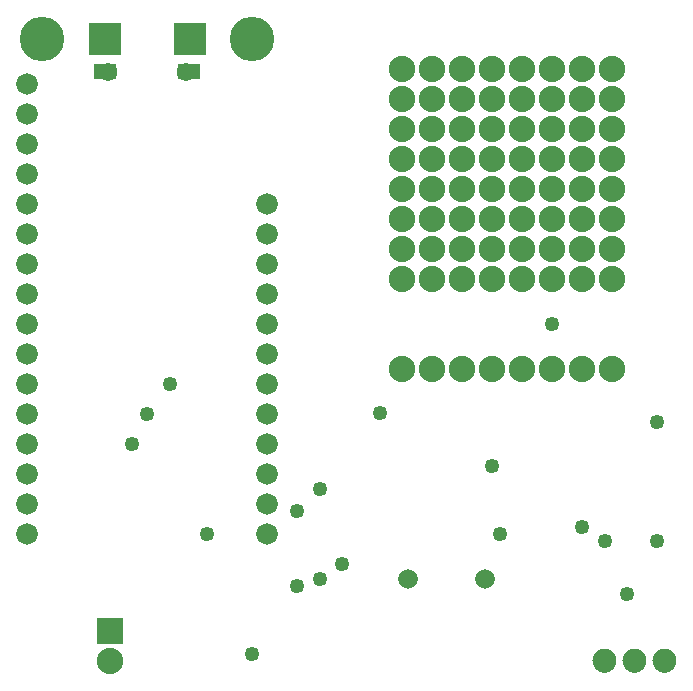
<source format=gts>
G04 MADE WITH FRITZING*
G04 WWW.FRITZING.ORG*
G04 DOUBLE SIDED*
G04 HOLES PLATED*
G04 CONTOUR ON CENTER OF CONTOUR VECTOR*
%ASAXBY*%
%FSLAX23Y23*%
%MOIN*%
%OFA0B0*%
%SFA1.0B1.0*%
%ADD10C,0.049370*%
%ADD11C,0.148425*%
%ADD12C,0.105000*%
%ADD13C,0.061496*%
%ADD14C,0.072000*%
%ADD15C,0.065433*%
%ADD16C,0.088000*%
%ADD17R,0.105000X0.105000*%
%ADD18R,0.088000X0.088000*%
%ADD19R,0.001000X0.001000*%
%LNMASK1*%
G90*
G70*
G54D10*
X1925Y1286D03*
X2101Y562D03*
G54D11*
X227Y2235D03*
G54D12*
X719Y2235D03*
G54D13*
X707Y2125D03*
G54D14*
X177Y585D03*
X177Y685D03*
X177Y785D03*
X177Y885D03*
X177Y985D03*
X177Y1085D03*
X177Y1185D03*
X177Y1285D03*
X177Y1385D03*
G54D11*
X927Y2235D03*
G54D14*
X177Y1485D03*
X177Y1585D03*
X177Y1685D03*
X177Y1785D03*
X177Y1885D03*
X177Y1985D03*
X177Y2085D03*
X977Y1685D03*
X977Y1585D03*
X977Y1485D03*
X977Y1385D03*
X977Y1285D03*
X977Y1185D03*
X977Y1085D03*
X977Y985D03*
X977Y885D03*
X977Y785D03*
X977Y685D03*
X977Y585D03*
G54D13*
X447Y2125D03*
G54D12*
X435Y2235D03*
G54D15*
X1446Y435D03*
X1702Y435D03*
X1446Y435D03*
X1702Y435D03*
G54D16*
X452Y260D03*
X452Y160D03*
X2027Y2135D03*
X2027Y2035D03*
X2027Y1935D03*
X2027Y1835D03*
X2027Y1735D03*
X2027Y1635D03*
X2027Y1535D03*
X2027Y1435D03*
X2027Y2135D03*
X2027Y2035D03*
X2027Y1935D03*
X2027Y1835D03*
X2027Y1735D03*
X2027Y1635D03*
X2027Y1535D03*
X2027Y1435D03*
X2127Y1435D03*
X2127Y1535D03*
X2127Y1635D03*
X2127Y1735D03*
X2127Y1835D03*
X2127Y1935D03*
X2127Y2035D03*
X2127Y2135D03*
X1827Y2135D03*
X1827Y2035D03*
X1827Y1935D03*
X1827Y1835D03*
X1827Y1735D03*
X1827Y1635D03*
X1827Y1535D03*
X1827Y1435D03*
X1827Y2135D03*
X1827Y2035D03*
X1827Y1935D03*
X1827Y1835D03*
X1827Y1735D03*
X1827Y1635D03*
X1827Y1535D03*
X1827Y1435D03*
X1927Y1435D03*
X1927Y1535D03*
X1927Y1635D03*
X1927Y1735D03*
X1927Y1835D03*
X1927Y1935D03*
X1927Y2035D03*
X1927Y2135D03*
X1627Y2135D03*
X1627Y2035D03*
X1627Y1935D03*
X1627Y1835D03*
X1627Y1735D03*
X1627Y1635D03*
X1627Y1535D03*
X1627Y1435D03*
X1627Y2135D03*
X1627Y2035D03*
X1627Y1935D03*
X1627Y1835D03*
X1627Y1735D03*
X1627Y1635D03*
X1627Y1535D03*
X1627Y1435D03*
X1727Y1435D03*
X1727Y1535D03*
X1727Y1635D03*
X1727Y1735D03*
X1727Y1835D03*
X1727Y1935D03*
X1727Y2035D03*
X1727Y2135D03*
X1427Y2135D03*
X1427Y2035D03*
X1427Y1935D03*
X1427Y1835D03*
X1427Y1735D03*
X1427Y1635D03*
X1427Y1535D03*
X1427Y1435D03*
X1427Y2135D03*
X1427Y2035D03*
X1427Y1935D03*
X1427Y1835D03*
X1427Y1735D03*
X1427Y1635D03*
X1427Y1535D03*
X1427Y1435D03*
X1527Y1435D03*
X1527Y1535D03*
X1527Y1635D03*
X1527Y1735D03*
X1527Y1835D03*
X1527Y1935D03*
X1527Y2035D03*
X1527Y2135D03*
G54D10*
X1753Y585D03*
X2027Y609D03*
X527Y886D03*
X1077Y410D03*
X1077Y660D03*
X577Y985D03*
X1152Y435D03*
X1152Y735D03*
G54D16*
X1427Y1135D03*
X1527Y1135D03*
X1627Y1135D03*
X1727Y1135D03*
X1827Y1135D03*
X1927Y1135D03*
X2027Y1135D03*
X2127Y1135D03*
G54D10*
X652Y1085D03*
X1227Y485D03*
X1727Y810D03*
X776Y585D03*
X925Y186D03*
X2177Y385D03*
X1352Y987D03*
X2277Y959D03*
X2277Y561D03*
G54D17*
X719Y2235D03*
X435Y2235D03*
G54D18*
X452Y260D03*
G54D19*
X400Y2151D02*
X472Y2151D01*
X681Y2151D02*
X752Y2151D01*
X400Y2150D02*
X472Y2150D01*
X681Y2150D02*
X752Y2150D01*
X400Y2149D02*
X472Y2149D01*
X681Y2149D02*
X752Y2149D01*
X400Y2148D02*
X472Y2148D01*
X681Y2148D02*
X752Y2148D01*
X400Y2147D02*
X472Y2147D01*
X681Y2147D02*
X752Y2147D01*
X400Y2146D02*
X472Y2146D01*
X681Y2146D02*
X752Y2146D01*
X400Y2145D02*
X472Y2145D01*
X681Y2145D02*
X752Y2145D01*
X400Y2144D02*
X472Y2144D01*
X681Y2144D02*
X752Y2144D01*
X400Y2143D02*
X472Y2143D01*
X681Y2143D02*
X752Y2143D01*
X400Y2142D02*
X472Y2142D01*
X681Y2142D02*
X752Y2142D01*
X400Y2141D02*
X441Y2141D01*
X452Y2141D02*
X472Y2141D01*
X681Y2141D02*
X701Y2141D01*
X711Y2141D02*
X752Y2141D01*
X400Y2140D02*
X439Y2140D01*
X454Y2140D02*
X472Y2140D01*
X681Y2140D02*
X699Y2140D01*
X714Y2140D02*
X752Y2140D01*
X400Y2139D02*
X437Y2139D01*
X456Y2139D02*
X472Y2139D01*
X681Y2139D02*
X697Y2139D01*
X716Y2139D02*
X752Y2139D01*
X400Y2138D02*
X436Y2138D01*
X457Y2138D02*
X472Y2138D01*
X681Y2138D02*
X696Y2138D01*
X717Y2138D02*
X752Y2138D01*
X400Y2137D02*
X435Y2137D01*
X458Y2137D02*
X472Y2137D01*
X681Y2137D02*
X695Y2137D01*
X718Y2137D02*
X752Y2137D01*
X400Y2136D02*
X434Y2136D01*
X459Y2136D02*
X472Y2136D01*
X681Y2136D02*
X694Y2136D01*
X719Y2136D02*
X752Y2136D01*
X400Y2135D02*
X433Y2135D01*
X460Y2135D02*
X472Y2135D01*
X681Y2135D02*
X693Y2135D01*
X720Y2135D02*
X752Y2135D01*
X400Y2134D02*
X432Y2134D01*
X460Y2134D02*
X472Y2134D01*
X681Y2134D02*
X692Y2134D01*
X720Y2134D02*
X752Y2134D01*
X400Y2133D02*
X432Y2133D01*
X461Y2133D02*
X472Y2133D01*
X681Y2133D02*
X692Y2133D01*
X721Y2133D02*
X752Y2133D01*
X400Y2132D02*
X431Y2132D01*
X462Y2132D02*
X472Y2132D01*
X681Y2132D02*
X691Y2132D01*
X721Y2132D02*
X752Y2132D01*
X400Y2131D02*
X431Y2131D01*
X462Y2131D02*
X472Y2131D01*
X681Y2131D02*
X691Y2131D01*
X722Y2131D02*
X752Y2131D01*
X400Y2130D02*
X431Y2130D01*
X462Y2130D02*
X472Y2130D01*
X681Y2130D02*
X690Y2130D01*
X722Y2130D02*
X752Y2130D01*
X400Y2129D02*
X430Y2129D01*
X462Y2129D02*
X472Y2129D01*
X681Y2129D02*
X690Y2129D01*
X722Y2129D02*
X752Y2129D01*
X400Y2128D02*
X430Y2128D01*
X462Y2128D02*
X472Y2128D01*
X681Y2128D02*
X690Y2128D01*
X722Y2128D02*
X752Y2128D01*
X400Y2127D02*
X430Y2127D01*
X462Y2127D02*
X472Y2127D01*
X681Y2127D02*
X690Y2127D01*
X722Y2127D02*
X752Y2127D01*
X400Y2126D02*
X430Y2126D01*
X462Y2126D02*
X472Y2126D01*
X681Y2126D02*
X690Y2126D01*
X722Y2126D02*
X752Y2126D01*
X400Y2125D02*
X430Y2125D01*
X462Y2125D02*
X472Y2125D01*
X681Y2125D02*
X690Y2125D01*
X722Y2125D02*
X752Y2125D01*
X400Y2124D02*
X430Y2124D01*
X462Y2124D02*
X472Y2124D01*
X681Y2124D02*
X690Y2124D01*
X722Y2124D02*
X752Y2124D01*
X400Y2123D02*
X430Y2123D01*
X462Y2123D02*
X472Y2123D01*
X681Y2123D02*
X690Y2123D01*
X722Y2123D02*
X752Y2123D01*
X400Y2122D02*
X431Y2122D01*
X462Y2122D02*
X472Y2122D01*
X681Y2122D02*
X690Y2122D01*
X722Y2122D02*
X752Y2122D01*
X400Y2121D02*
X431Y2121D01*
X462Y2121D02*
X472Y2121D01*
X681Y2121D02*
X691Y2121D01*
X722Y2121D02*
X752Y2121D01*
X400Y2120D02*
X431Y2120D01*
X462Y2120D02*
X472Y2120D01*
X681Y2120D02*
X691Y2120D01*
X721Y2120D02*
X752Y2120D01*
X400Y2119D02*
X432Y2119D01*
X461Y2119D02*
X472Y2119D01*
X681Y2119D02*
X692Y2119D01*
X721Y2119D02*
X752Y2119D01*
X400Y2118D02*
X432Y2118D01*
X461Y2118D02*
X472Y2118D01*
X681Y2118D02*
X692Y2118D01*
X720Y2118D02*
X752Y2118D01*
X400Y2117D02*
X433Y2117D01*
X460Y2117D02*
X472Y2117D01*
X681Y2117D02*
X693Y2117D01*
X720Y2117D02*
X752Y2117D01*
X400Y2116D02*
X434Y2116D01*
X459Y2116D02*
X472Y2116D01*
X681Y2116D02*
X694Y2116D01*
X719Y2116D02*
X752Y2116D01*
X400Y2115D02*
X435Y2115D01*
X458Y2115D02*
X472Y2115D01*
X681Y2115D02*
X694Y2115D01*
X718Y2115D02*
X752Y2115D01*
X400Y2114D02*
X436Y2114D01*
X457Y2114D02*
X472Y2114D01*
X681Y2114D02*
X696Y2114D01*
X717Y2114D02*
X752Y2114D01*
X400Y2113D02*
X437Y2113D01*
X456Y2113D02*
X472Y2113D01*
X681Y2113D02*
X697Y2113D01*
X716Y2113D02*
X752Y2113D01*
X400Y2112D02*
X439Y2112D01*
X454Y2112D02*
X472Y2112D01*
X681Y2112D02*
X698Y2112D01*
X714Y2112D02*
X752Y2112D01*
X400Y2111D02*
X441Y2111D01*
X452Y2111D02*
X472Y2111D01*
X681Y2111D02*
X701Y2111D01*
X712Y2111D02*
X752Y2111D01*
X400Y2110D02*
X472Y2110D01*
X681Y2110D02*
X752Y2110D01*
X400Y2109D02*
X472Y2109D01*
X681Y2109D02*
X752Y2109D01*
X400Y2108D02*
X472Y2108D01*
X681Y2108D02*
X752Y2108D01*
X400Y2107D02*
X472Y2107D01*
X681Y2107D02*
X752Y2107D01*
X400Y2106D02*
X472Y2106D01*
X681Y2106D02*
X752Y2106D01*
X400Y2105D02*
X472Y2105D01*
X681Y2105D02*
X752Y2105D01*
X400Y2104D02*
X472Y2104D01*
X681Y2104D02*
X752Y2104D01*
X400Y2103D02*
X472Y2103D01*
X681Y2103D02*
X752Y2103D01*
X400Y2102D02*
X472Y2102D01*
X681Y2102D02*
X752Y2102D01*
X400Y2101D02*
X472Y2101D01*
X681Y2101D02*
X752Y2101D01*
X445Y2100D02*
X448Y2100D01*
X705Y2100D02*
X707Y2100D01*
X2093Y201D02*
X2108Y201D01*
X2193Y201D02*
X2208Y201D01*
X2293Y201D02*
X2308Y201D01*
X2089Y200D02*
X2112Y200D01*
X2189Y200D02*
X2212Y200D01*
X2289Y200D02*
X2312Y200D01*
X2087Y199D02*
X2115Y199D01*
X2187Y199D02*
X2215Y199D01*
X2287Y199D02*
X2315Y199D01*
X2084Y198D02*
X2117Y198D01*
X2184Y198D02*
X2217Y198D01*
X2284Y198D02*
X2317Y198D01*
X2082Y197D02*
X2119Y197D01*
X2182Y197D02*
X2219Y197D01*
X2282Y197D02*
X2319Y197D01*
X2081Y196D02*
X2121Y196D01*
X2181Y196D02*
X2221Y196D01*
X2281Y196D02*
X2321Y196D01*
X2079Y195D02*
X2123Y195D01*
X2179Y195D02*
X2223Y195D01*
X2279Y195D02*
X2323Y195D01*
X2078Y194D02*
X2124Y194D01*
X2178Y194D02*
X2224Y194D01*
X2278Y194D02*
X2324Y194D01*
X2076Y193D02*
X2125Y193D01*
X2176Y193D02*
X2225Y193D01*
X2276Y193D02*
X2325Y193D01*
X2075Y192D02*
X2127Y192D01*
X2175Y192D02*
X2227Y192D01*
X2275Y192D02*
X2327Y192D01*
X2074Y191D02*
X2128Y191D01*
X2174Y191D02*
X2228Y191D01*
X2274Y191D02*
X2328Y191D01*
X2073Y190D02*
X2129Y190D01*
X2173Y190D02*
X2229Y190D01*
X2273Y190D02*
X2329Y190D01*
X2072Y189D02*
X2130Y189D01*
X2172Y189D02*
X2230Y189D01*
X2272Y189D02*
X2330Y189D01*
X2071Y188D02*
X2131Y188D01*
X2171Y188D02*
X2231Y188D01*
X2271Y188D02*
X2331Y188D01*
X2070Y187D02*
X2131Y187D01*
X2170Y187D02*
X2231Y187D01*
X2270Y187D02*
X2331Y187D01*
X2070Y186D02*
X2132Y186D01*
X2170Y186D02*
X2232Y186D01*
X2270Y186D02*
X2332Y186D01*
X2069Y185D02*
X2133Y185D01*
X2169Y185D02*
X2233Y185D01*
X2269Y185D02*
X2333Y185D01*
X2068Y184D02*
X2134Y184D01*
X2168Y184D02*
X2234Y184D01*
X2268Y184D02*
X2334Y184D01*
X2068Y183D02*
X2134Y183D01*
X2168Y183D02*
X2234Y183D01*
X2268Y183D02*
X2334Y183D01*
X2067Y182D02*
X2135Y182D01*
X2167Y182D02*
X2235Y182D01*
X2267Y182D02*
X2335Y182D01*
X2066Y181D02*
X2135Y181D01*
X2166Y181D02*
X2235Y181D01*
X2266Y181D02*
X2335Y181D01*
X2066Y180D02*
X2136Y180D01*
X2166Y180D02*
X2236Y180D01*
X2266Y180D02*
X2336Y180D01*
X2065Y179D02*
X2137Y179D01*
X2165Y179D02*
X2236Y179D01*
X2265Y179D02*
X2336Y179D01*
X2065Y178D02*
X2137Y178D01*
X2165Y178D02*
X2237Y178D01*
X2265Y178D02*
X2337Y178D01*
X2064Y177D02*
X2137Y177D01*
X2164Y177D02*
X2237Y177D01*
X2264Y177D02*
X2337Y177D01*
X2064Y176D02*
X2138Y176D01*
X2164Y176D02*
X2238Y176D01*
X2264Y176D02*
X2338Y176D01*
X2064Y175D02*
X2138Y175D01*
X2164Y175D02*
X2238Y175D01*
X2264Y175D02*
X2338Y175D01*
X2063Y174D02*
X2138Y174D01*
X2163Y174D02*
X2238Y174D01*
X2263Y174D02*
X2338Y174D01*
X2063Y173D02*
X2139Y173D01*
X2163Y173D02*
X2239Y173D01*
X2263Y173D02*
X2339Y173D01*
X2063Y172D02*
X2139Y172D01*
X2163Y172D02*
X2239Y172D01*
X2263Y172D02*
X2339Y172D01*
X2063Y171D02*
X2139Y171D01*
X2163Y171D02*
X2239Y171D01*
X2263Y171D02*
X2339Y171D01*
X2062Y170D02*
X2139Y170D01*
X2162Y170D02*
X2239Y170D01*
X2262Y170D02*
X2339Y170D01*
X2062Y169D02*
X2140Y169D01*
X2162Y169D02*
X2240Y169D01*
X2262Y169D02*
X2340Y169D01*
X2062Y168D02*
X2140Y168D01*
X2162Y168D02*
X2240Y168D01*
X2262Y168D02*
X2340Y168D01*
X2062Y167D02*
X2140Y167D01*
X2162Y167D02*
X2240Y167D01*
X2262Y167D02*
X2340Y167D01*
X2062Y166D02*
X2140Y166D01*
X2162Y166D02*
X2240Y166D01*
X2262Y166D02*
X2340Y166D01*
X2062Y165D02*
X2140Y165D01*
X2162Y165D02*
X2240Y165D01*
X2262Y165D02*
X2340Y165D01*
X2062Y164D02*
X2140Y164D01*
X2162Y164D02*
X2240Y164D01*
X2261Y164D02*
X2340Y164D01*
X2061Y163D02*
X2140Y163D01*
X2161Y163D02*
X2240Y163D01*
X2261Y163D02*
X2340Y163D01*
X2061Y162D02*
X2140Y162D01*
X2161Y162D02*
X2240Y162D01*
X2261Y162D02*
X2340Y162D01*
X2061Y161D02*
X2140Y161D01*
X2161Y161D02*
X2240Y161D01*
X2261Y161D02*
X2340Y161D01*
X2062Y160D02*
X2140Y160D01*
X2162Y160D02*
X2240Y160D01*
X2261Y160D02*
X2340Y160D01*
X2062Y159D02*
X2140Y159D01*
X2162Y159D02*
X2240Y159D01*
X2262Y159D02*
X2340Y159D01*
X2062Y158D02*
X2140Y158D01*
X2162Y158D02*
X2240Y158D01*
X2262Y158D02*
X2340Y158D01*
X2062Y157D02*
X2140Y157D01*
X2162Y157D02*
X2240Y157D01*
X2262Y157D02*
X2340Y157D01*
X2062Y156D02*
X2140Y156D01*
X2162Y156D02*
X2240Y156D01*
X2262Y156D02*
X2340Y156D01*
X2062Y155D02*
X2140Y155D01*
X2162Y155D02*
X2240Y155D01*
X2262Y155D02*
X2340Y155D01*
X2062Y154D02*
X2140Y154D01*
X2162Y154D02*
X2240Y154D01*
X2262Y154D02*
X2339Y154D01*
X2063Y153D02*
X2139Y153D01*
X2163Y153D02*
X2239Y153D01*
X2262Y153D02*
X2339Y153D01*
X2063Y152D02*
X2139Y152D01*
X2163Y152D02*
X2239Y152D01*
X2263Y152D02*
X2339Y152D01*
X2063Y151D02*
X2139Y151D01*
X2163Y151D02*
X2239Y151D01*
X2263Y151D02*
X2339Y151D01*
X2063Y150D02*
X2139Y150D01*
X2163Y150D02*
X2239Y150D01*
X2263Y150D02*
X2339Y150D01*
X2064Y149D02*
X2138Y149D01*
X2164Y149D02*
X2238Y149D01*
X2264Y149D02*
X2338Y149D01*
X2064Y148D02*
X2138Y148D01*
X2164Y148D02*
X2238Y148D01*
X2264Y148D02*
X2338Y148D01*
X2064Y147D02*
X2138Y147D01*
X2164Y147D02*
X2237Y147D01*
X2264Y147D02*
X2337Y147D01*
X2065Y146D02*
X2137Y146D01*
X2165Y146D02*
X2237Y146D01*
X2265Y146D02*
X2337Y146D01*
X2065Y145D02*
X2137Y145D01*
X2165Y145D02*
X2237Y145D01*
X2265Y145D02*
X2337Y145D01*
X2066Y144D02*
X2136Y144D01*
X2166Y144D02*
X2236Y144D01*
X2266Y144D02*
X2336Y144D01*
X2066Y143D02*
X2136Y143D01*
X2166Y143D02*
X2236Y143D01*
X2266Y143D02*
X2336Y143D01*
X2067Y142D02*
X2135Y142D01*
X2167Y142D02*
X2235Y142D01*
X2267Y142D02*
X2335Y142D01*
X2067Y141D02*
X2134Y141D01*
X2167Y141D02*
X2234Y141D01*
X2267Y141D02*
X2334Y141D01*
X2068Y140D02*
X2134Y140D01*
X2168Y140D02*
X2234Y140D01*
X2268Y140D02*
X2334Y140D01*
X2069Y139D02*
X2133Y139D01*
X2169Y139D02*
X2233Y139D01*
X2269Y139D02*
X2333Y139D01*
X2069Y138D02*
X2132Y138D01*
X2169Y138D02*
X2232Y138D01*
X2269Y138D02*
X2332Y138D01*
X2070Y137D02*
X2132Y137D01*
X2170Y137D02*
X2232Y137D01*
X2270Y137D02*
X2332Y137D01*
X2071Y136D02*
X2131Y136D01*
X2171Y136D02*
X2231Y136D01*
X2271Y136D02*
X2331Y136D01*
X2072Y135D02*
X2130Y135D01*
X2172Y135D02*
X2230Y135D01*
X2272Y135D02*
X2330Y135D01*
X2073Y134D02*
X2129Y134D01*
X2173Y134D02*
X2229Y134D01*
X2273Y134D02*
X2329Y134D01*
X2074Y133D02*
X2128Y133D01*
X2174Y133D02*
X2228Y133D01*
X2274Y133D02*
X2328Y133D01*
X2075Y132D02*
X2127Y132D01*
X2175Y132D02*
X2227Y132D01*
X2275Y132D02*
X2327Y132D01*
X2076Y131D02*
X2126Y131D01*
X2176Y131D02*
X2226Y131D01*
X2276Y131D02*
X2326Y131D01*
X2077Y130D02*
X2124Y130D01*
X2177Y130D02*
X2224Y130D01*
X2277Y130D02*
X2324Y130D01*
X2079Y129D02*
X2123Y129D01*
X2179Y129D02*
X2223Y129D01*
X2279Y129D02*
X2323Y129D01*
X2080Y128D02*
X2121Y128D01*
X2180Y128D02*
X2221Y128D01*
X2280Y128D02*
X2321Y128D01*
X2082Y127D02*
X2120Y127D01*
X2182Y127D02*
X2220Y127D01*
X2282Y127D02*
X2320Y127D01*
X2084Y126D02*
X2118Y126D01*
X2184Y126D02*
X2218Y126D01*
X2284Y126D02*
X2318Y126D01*
X2086Y125D02*
X2116Y125D01*
X2186Y125D02*
X2216Y125D01*
X2286Y125D02*
X2316Y125D01*
X2089Y124D02*
X2113Y124D01*
X2189Y124D02*
X2213Y124D01*
X2289Y124D02*
X2313Y124D01*
X2093Y123D02*
X2109Y123D01*
X2192Y123D02*
X2209Y123D01*
X2292Y123D02*
X2309Y123D01*
X2100Y122D02*
X2102Y122D01*
X2200Y122D02*
X2202Y122D01*
X2300Y122D02*
X2302Y122D01*
D02*
G04 End of Mask1*
M02*
</source>
